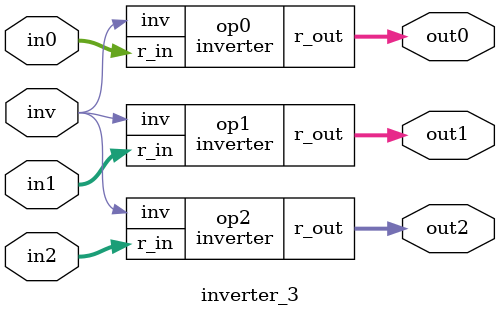
<source format=v>
module inverter (input inv, input [8:0] r_in, output wire [8:0] r_out);

    //assign r_out[6 +: 3] = r_in[0 +: 3];
    //assign r_out[3 +: 3] = r_in[3 +: 3];
    //assign r_out[0 +: 3] = r_in[6 +: 3];

    assign r_out = (inv) ? {r_in[0 +: 3], r_in[3 +: 3], r_in[6 +: 3]} : r_in;
    
    /*always @(*) begin
        r_out[6 +: 3] = r_in[0 +: 3];
        r_out[3 +: 3] = r_in[3 +: 3];
        r_out[0 +: 3] = r_in[6 +: 3];
    end*/

endmodule

module inverter_3 (input inv, input [8:0] in0, input [8:0] in1, input [8:0] in2, output wire [8:0] out0, output wire [8:0] out1, output wire [8:0] out2);

    inverter op0 (.inv(inv), .r_in(in0), .r_out(out0));
    inverter op1 (.inv(inv), .r_in(in1), .r_out(out1));
    inverter op2 (.inv(inv), .r_in(in2), .r_out(out2));
    
endmodule
</source>
